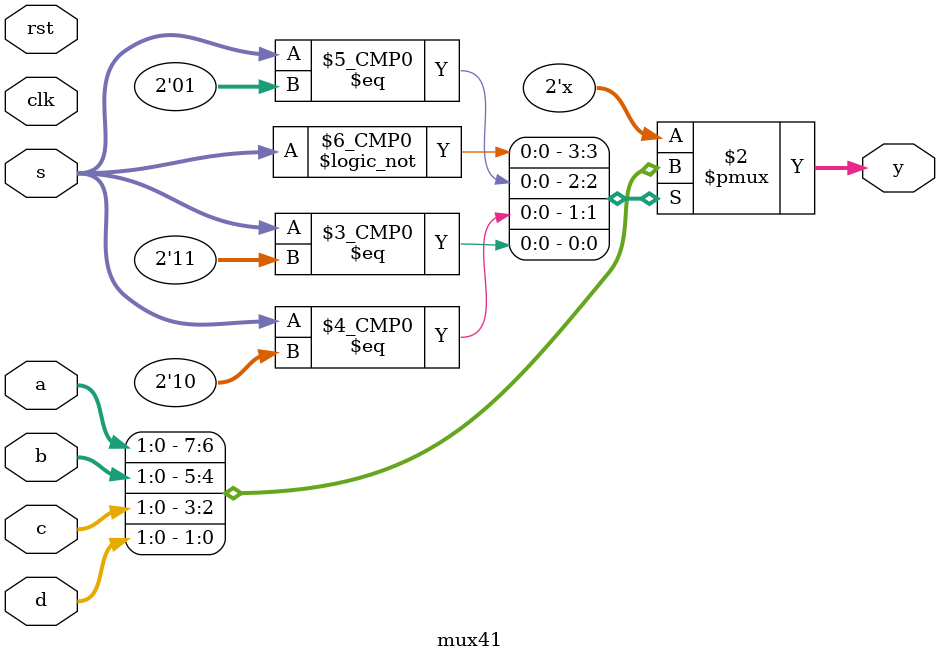
<source format=v>
module mux41(
    input clk,rst,
    input [1:0] a,b,c,d,
    input [1:0] s,
    output reg [1:0] y
);
    always @(*) begin
        case(s)
            2'b00:y = a;
            2'b01:y = b;
            2'b10:y = c;
            2'b11:y = d;

            default: y = 2'b00;
        endcase
        
    end
endmodule
</source>
